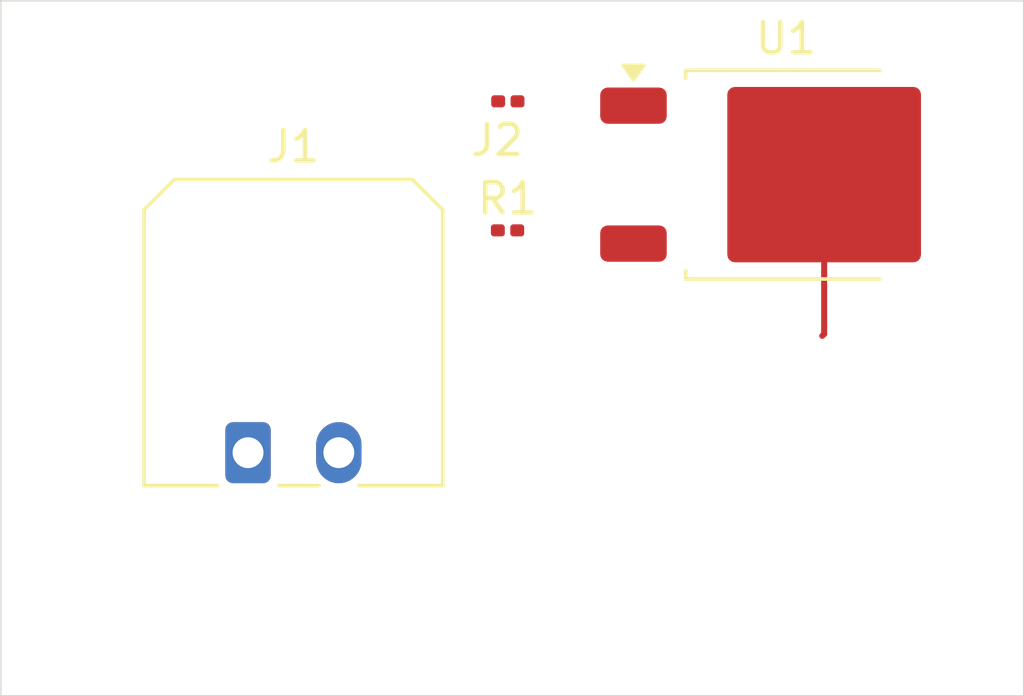
<source format=kicad_pcb>
(kicad_pcb (version 20241229) (generator "pcbnew") (generator_version "9.0")
  (layers (0 "F.Cu" signal) (2 "B.Cu" signal) (13 "F.Paste" user) (15 "B.Paste" user) (5 "F.SilkS" user "F.Silkscreen") (7 "B.SilkS" user "B.Silkscreen") (1 "F.Mask" user) (3 "B.Mask" user) (25 "Edge.Cuts" user))
  (net 0 "")
  (net 2 "Net-(J1-Pin_2)")
  (net 3 "GND")
  (net 4 "+4V")
  (net 5 "Net-(U1-Cathode)")
  (footprint "Resistor_SMD:R_0201_0603Metric" (layer "F.Cu") (at 120.92476 66.27114)
    (property "Reference" "R1" (at 0 -1.05 0) (layer "F.SilkS"))
    (property "Value" "1800")
    (pad "1" smd roundrect (at -0.32 0) (size 0.46 0.4) (layers "F.Cu" "F.Mask") (net 3 "GND"))
    (pad "2" smd roundrect (at 0.32 0) (size 0.46 0.4) (layers "F.Cu" "F.Mask") (net 5 "Net-(U1-Cathode)"))
  )
  (footprint "Resistor_SMD:R_0201_0603Metric" (layer "F.Cu") (at 120.93444 62.00394 180)
    (property "Reference" "J2" (at 0.35476 -1.28884 0) (layer "F.SilkS"))
    (property "Value" "Tractive Battery")
    (pad "1" smd roundrect (at -0.32 0 180) (size 0.46 0.4) (layers "F.Cu" "F.Mask") (net 4 "+4V"))
    (pad "2" smd roundrect (at 0.32 0 180) (size 0.46 0.4) (layers "F.Cu" "F.Mask") (net 3 "GND"))
  )
  (footprint "Package_TO_SOT_SMD:TO-252-2" (layer "F.Cu") (at 130.12544 64.4281)
    (property "Reference" "U1" (at 0 -4.5 0) (layer "F.SilkS"))
    (property "Value" "~")
    (fp_line (start -3.31 -3.45) (end -3.31 -3.18) (stroke (width 0.12)) (layer "F.SilkS"))
    (fp_line (start -3.31 3.45) (end -3.31 3.18) (stroke (width 0.12)) (layer "F.SilkS"))
    (fp_line (start 3.11 -3.45) (end -3.31 -3.45) (stroke (width 0.12)) (layer "F.SilkS"))
    (fp_line (start 3.11 3.45) (end -3.31 3.45) (stroke (width 0.12)) (layer "F.SilkS"))
    (fp_poly (pts (xy -5.04 -3.14) (xy -5.38 -3.61) (xy -4.7 -3.61)) (stroke (width 0.12)) (fill yes) (layer "F.SilkS"))
    (pad "1" smd roundrect (at -5.04 -2.28) (size 2.2 1.2) (layers "F.Cu" "F.Mask" "F.Paste") (roundrect_rratio 0.208333) (net 3 "GND"))
    (pad "2" smd roundrect (at 1.26 0) (size 6.4 5.8) (layers "F.Cu" "F.Mask") (roundrect_rratio 0.043103) (net 2 "Net-(J1-Pin_2)"))
    (pad "3" smd roundrect (at -5.04 2.28) (size 2.2 1.2) (layers "F.Cu" "F.Mask" "F.Paste") (roundrect_rratio 0.208333) (net 5 "Net-(U1-Cathode)"))
  )
  (footprint "Connector_Molex:Molex_Micro-Fit_3.0_43650-0200_1x02_P3.00mm_Horizontal" (layer "F.Cu") (at 112.35042 73.62136)
    (property "Reference" "J1" (at 1.5 -10.12 0) (layer "F.SilkS"))
    (property "Value" "LED 0.170amps")
    (fp_line (start -3.435 -8.03) (end -2.435 -9.03) (stroke (width 0.12)) (layer "F.SilkS"))
    (fp_line (start -3.435 1.09) (end -3.435 -8.03) (stroke (width 0.12)) (layer "F.SilkS"))
    (fp_line (start -3.435 1.09) (end -1.01 1.09) (stroke (width 0.12)) (layer "F.SilkS"))
    (fp_line (start -2.435 -9.03) (end 5.435 -9.03) (stroke (width 0.12)) (layer "F.SilkS"))
    (fp_line (start 1.01 1.09) (end 2.348233 1.09) (stroke (width 0.12)) (layer "F.SilkS"))
    (fp_line (start 5.435 -9.03) (end 6.435 -8.03) (stroke (width 0.12)) (layer "F.SilkS"))
    (fp_line (start 6.435 -8.03) (end 6.435 1.09) (stroke (width 0.12)) (layer "F.SilkS"))
    (fp_line (start 6.435 1.09) (end 3.651767 1.09) (stroke (width 0.12)) (layer "F.SilkS"))
    (pad "" np_thru_hole circle (at 1.5 -4.32) (size 3 3) (drill 3) (layers "*.Cu" "*.Mask"))
    (pad "1" thru_hole roundrect (at 0 0) (size 1.5 2.02) (drill 1.02) (layers "*.Cu" "*.Mask") (roundrect_rratio 0.166667))
    (pad "2" thru_hole oval (at 3 0) (size 1.5 2.02) (drill 1.02) (layers "*.Cu" "*.Mask") (net 2 "Net-(J1-Pin_2)"))
  )
  (gr_rect (start 104.18064 58.67908) (end 137.98042 81.66354) (stroke (width 0.05)) (fill no) (layer "Edge.Cuts"))
  (segment (start 131.38544 64.4281) (end 131.38544 69.69616) (width 0.2) (layer "F.Cu") (net 2))
  (segment (start 131.38544 69.69616) (end 131.32304 69.75856) (width 0.2) (layer "F.Cu") (net 2))
  (segment (start 120.61444 62.00394) (end 120.60476 62.01362) (width 0.2) (layer "F.Cu") (net 3))
  (segment (start 124.64848 66.27114) (end 125.08544 66.7081) (width 0.2) (layer "F.Cu") (net 5))
)
</source>
